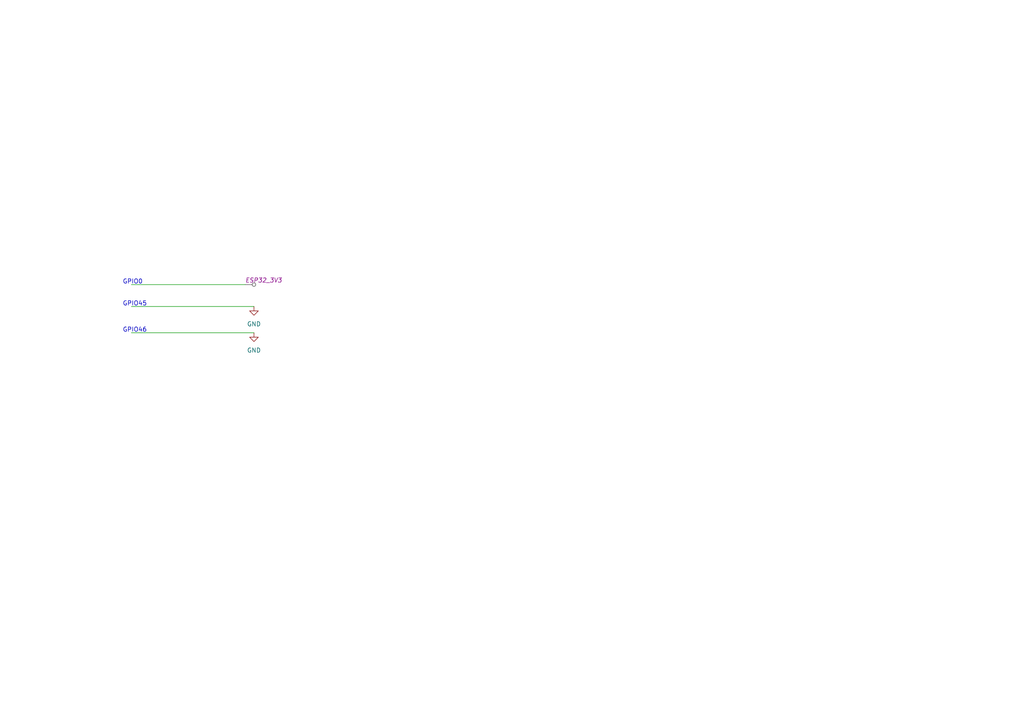
<source format=kicad_sch>
(kicad_sch (version 20230121) (generator eeschema)
  (paper "A4")
  (lib_symbols
    (symbol "power:GND" (power) (pin_names (offset 0))
      (property "Value" "GND" (at 0 -3.81 0))
      (symbol "GND_0_1"
        (polyline (pts (xy 0 0) (xy 0 -1.27) (xy 1.27 -1.27) (xy 0 -2.54) (xy -1.27 -1.27) (xy 0 -1.27)))
      )
      (symbol "GND_1_1"
        (pin power_in line (at 0 0 270) (length 0) hide (name "GND") (number "1"))
      )
    )
  )
  (wire (pts (xy 38.1 88.9) (xy 73.66 88.9)))
  (wire (pts (xy 38.1 96.52) (xy 73.66 96.52)))
  (wire (pts (xy 38.1 82.55) (xy 71.12 82.55)))
  (text "GPIO45" (at 35.56 88.9 0) (effects (font (size 1.27 1.27)) (justify left bottom)))
  (text "GPIO46" (at 35.56 96.52 0) (effects (font (size 1.27 1.27)) (justify left bottom)))
  (text "GPIO0" (at 35.56 82.55 0) (effects (font (size 1.27 1.27)) (justify left bottom)))
  (netclass_flag "" (length 2.54) (shape round) (at 71.12 82.55 270) (property "Netclass" "ESP32_3V3" (at 71.12 81.28 0) (effects (font italic) (justify left))))
  (symbol (lib_id "power:GND") (at 73.66 88.9 0) (unit 1)
    (property "Reference" "#PWR010" (effects hide))
    (property "Value" "GND" (at 73.66 93.98 0))
  )
  (symbol (lib_id "power:GND") (at 73.66 96.52 0) (unit 1)
    (property "Reference" "#PWR011" (effects hide))
    (property "Value" "GND" (at 73.66 101.6 0))
  )
)
</source>
